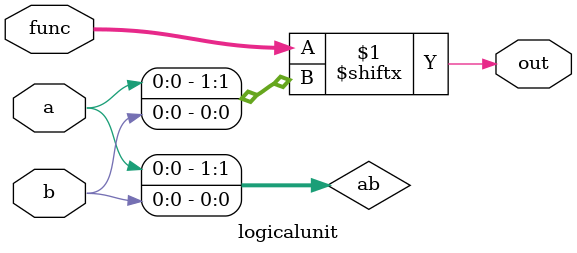
<source format=v>

`timescale 1ns / 100ps

module logicalunit(
    input a,
    input b,
    input [3:0] func,
    output out
    );
    
    wire   out;
         
      //Todo: add you logic here
   //wire a;
   //wire b;
   wire [1:0] ab;
   //wire [3:0] func;
	assign ab[0]=b;
	assign ab[1]=a;

	assign out=func[ab];

endmodule

</source>
